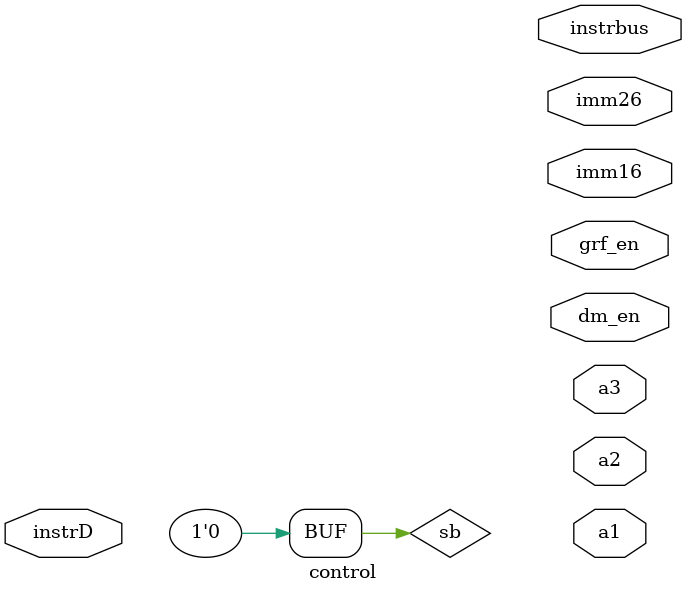
<source format=v>
`timescale 1ns / 1ps
module  control(
	 input [31:0] instrD,
	 output  grf_en,
	 output  dm_en,
	 output  [4:0] a1,
	 output  [4:0] a2,
    output  [4:0] a3,
	 output [15:0] imm16,
	 output [25:0] imm26,
	 output [26:0] instrbus//NB

    );
	 
	 
	 
  DASM dasm (
    .pc(PC), 
    .instr(Instr), 
    .reg_name(1'b1), 
    .imm_as_dec(1'b0), 
    .asm()
    );
	wire[5:0]op;
	wire [5:0]func;
	reg [1:0]RegDst;
	//00means write GRF is 2th reg in Instr (rt)
	//01means is 3th (rd)
	//10means write GRF is 31 11111 ra
	//ÕâÍæÒâ¿ØÖÆÒ»¸öMUX¾ö¶¨ÓÃÄÇ¸öµØÖ·GRF
	 reg ALUSrc;//0 means alu numB is from GRF  1  means alunumB is imm from EXT
	 reg [1:0]WhatdatatoReg;
	//00means write data GRF is from ALU
	//01:write GRF is DM
	//10 means write data from PC+4
	//ÕâÍæÒâ¿ØÖÆÒ»¸öMUX¾ö¶¨ÓÃÄÇ¸öÊý¾ÝÐ´GRF
	 reg sb=0;
	 reg RegWrite;//WE of GRF
	 reg MemWrite;//WE of DM
	 reg beq;
	 reg bne;
	 reg jr;
	 reg jal;//or j ËûÁ©Ò»Ñùjal¶àÁË¸ö´æpc+4½øÈëGRF ra 31
	 reg [1:0] EXTOp;//EXTOp00zero_ext_01arithmetic_ext_10left_shift16b
	 reg [2:0] ALUOp; //0:+ 1:- 2:OR 3:shift 4:judge< 

endmodule

</source>
